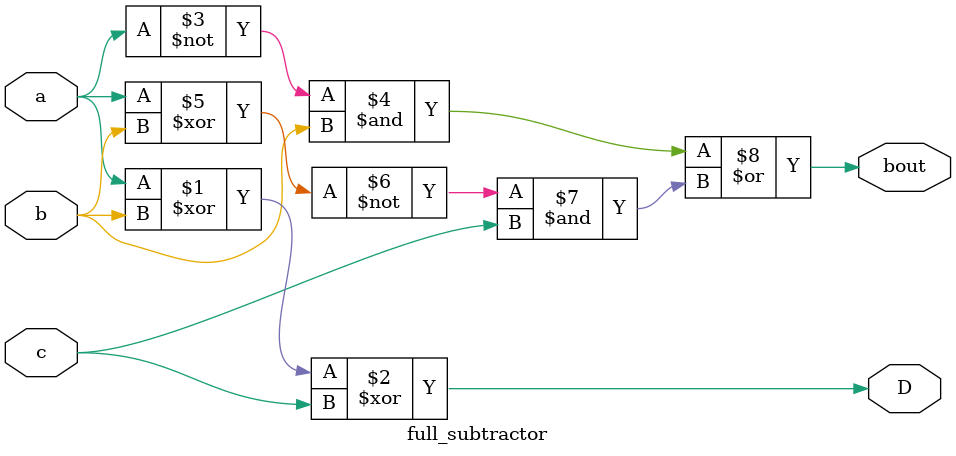
<source format=v>
module full_subtractor(a, b,c,D, bout);
input a, b, c;
output D, bout;
assign D= a ^ b ^ c;
assign bout= (~a&b) | (~(a ^ b) & c);
endmodule

</source>
